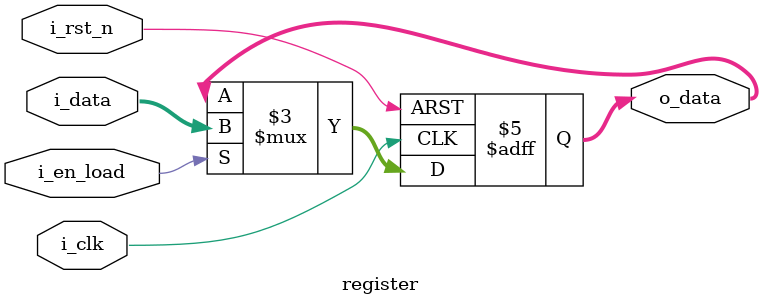
<source format=v>
module register (i_clk, i_rst_n, i_data, i_en_load, o_data);

parameter WIDTH_DATA = 8;

input i_clk, i_rst_n, i_en_load;
input 	 	[WIDTH_DATA-1:0] i_data;
output reg 	[WIDTH_DATA-1:0] o_data;

always @(posedge i_clk or negedge i_rst_n) begin
	if(~i_rst_n) 
	begin
		o_data <= 0;
	end 
	else if (i_en_load)
	begin 
		o_data <= i_data;
	end
end

endmodule
</source>
